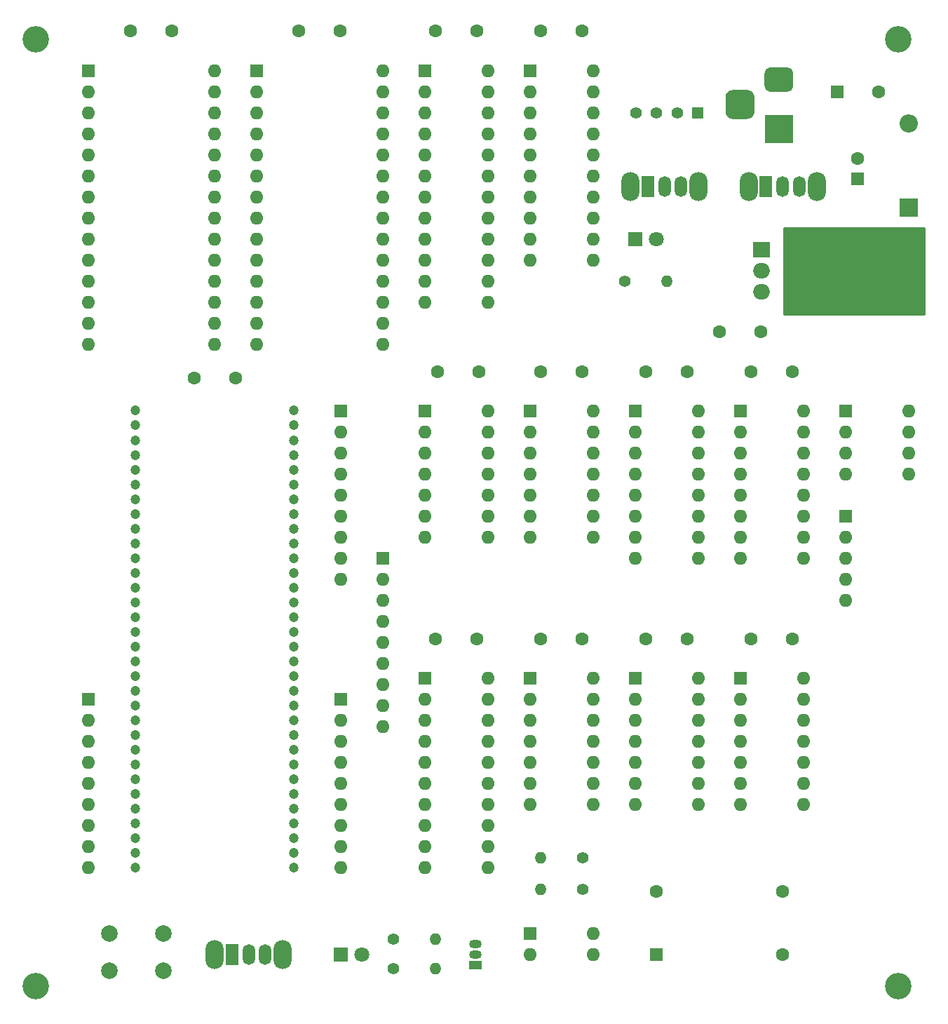
<source format=gbr>
%TF.GenerationSoftware,KiCad,Pcbnew,(5.1.10)-1*%
%TF.CreationDate,2025-11-04T10:25:31+01:00*%
%TF.ProjectId,tlcs90-rom-reader-pcb,746c6373-3930-42d7-926f-6d2d72656164,rev?*%
%TF.SameCoordinates,Original*%
%TF.FileFunction,Soldermask,Bot*%
%TF.FilePolarity,Negative*%
%FSLAX46Y46*%
G04 Gerber Fmt 4.6, Leading zero omitted, Abs format (unit mm)*
G04 Created by KiCad (PCBNEW (5.1.10)-1) date 2025-11-04 10:25:31*
%MOMM*%
%LPD*%
G01*
G04 APERTURE LIST*
%ADD10C,1.600000*%
%ADD11R,1.600000X1.600000*%
%ADD12O,1.600000X1.600000*%
%ADD13O,3.500000X3.500000*%
%ADD14R,2.000000X1.905000*%
%ADD15O,2.000000X1.905000*%
%ADD16R,1.500000X2.500000*%
%ADD17O,1.500000X2.500000*%
%ADD18O,2.200000X3.500000*%
%ADD19R,3.500000X3.500000*%
%ADD20O,2.200000X2.200000*%
%ADD21R,2.200000X2.200000*%
%ADD22R,1.500000X1.050000*%
%ADD23O,1.500000X1.050000*%
%ADD24C,1.200000*%
%ADD25O,1.400000X1.400000*%
%ADD26C,1.400000*%
%ADD27C,3.200000*%
%ADD28C,1.800000*%
%ADD29R,1.800000X1.800000*%
%ADD30C,2.000000*%
%ADD31R,1.408000X1.408000*%
%ADD32C,1.408000*%
%ADD33C,0.254000*%
%ADD34C,0.100000*%
G04 APERTURE END LIST*
D10*
%TO.C,C30*%
X181762400Y-51163220D03*
D11*
X181762400Y-53663220D03*
%TD*%
D12*
%TO.C,RA5*%
X180340000Y-104495600D03*
X180340000Y-101955600D03*
X180340000Y-99415600D03*
X180340000Y-96875600D03*
D11*
X180340000Y-94335600D03*
%TD*%
D12*
%TO.C,DSW2*%
X187960000Y-81635600D03*
X180340000Y-89255600D03*
X187960000Y-84175600D03*
X180340000Y-86715600D03*
X187960000Y-86715600D03*
X180340000Y-84175600D03*
X187960000Y-89255600D03*
D11*
X180340000Y-81635600D03*
%TD*%
D13*
%TO.C,U15*%
X186834920Y-64770000D03*
D14*
X170174920Y-62230000D03*
D15*
X170174920Y-64770000D03*
X170174920Y-67310000D03*
%TD*%
D16*
%TO.C,SW2*%
X170720000Y-54610000D03*
D17*
X172720000Y-54610000D03*
X174720000Y-54610000D03*
D18*
X168620000Y-54610000D03*
X176820000Y-54610000D03*
%TD*%
D19*
%TO.C,J2*%
X172271420Y-47673520D03*
G36*
G01*
X171271420Y-40173520D02*
X173271420Y-40173520D01*
G75*
G02*
X174021420Y-40923520I0J-750000D01*
G01*
X174021420Y-42423520D01*
G75*
G02*
X173271420Y-43173520I-750000J0D01*
G01*
X171271420Y-43173520D01*
G75*
G02*
X170521420Y-42423520I0J750000D01*
G01*
X170521420Y-40923520D01*
G75*
G02*
X171271420Y-40173520I750000J0D01*
G01*
G37*
G36*
G01*
X166696420Y-42923520D02*
X168446420Y-42923520D01*
G75*
G02*
X169321420Y-43798520I0J-875000D01*
G01*
X169321420Y-45548520D01*
G75*
G02*
X168446420Y-46423520I-875000J0D01*
G01*
X166696420Y-46423520D01*
G75*
G02*
X165821420Y-45548520I0J875000D01*
G01*
X165821420Y-43798520D01*
G75*
G02*
X166696420Y-42923520I875000J0D01*
G01*
G37*
%TD*%
D20*
%TO.C,D3*%
X187960000Y-46949360D03*
D21*
X187960000Y-57109360D03*
%TD*%
D10*
%TO.C,C14*%
X165100000Y-72136000D03*
X170100000Y-72136000D03*
%TD*%
D12*
%TO.C,U8*%
X149860000Y-113919000D03*
X142240000Y-129159000D03*
X149860000Y-116459000D03*
X142240000Y-126619000D03*
X149860000Y-118999000D03*
X142240000Y-124079000D03*
X149860000Y-121539000D03*
X142240000Y-121539000D03*
X149860000Y-124079000D03*
X142240000Y-118999000D03*
X149860000Y-126619000D03*
X142240000Y-116459000D03*
X149860000Y-129159000D03*
D11*
X142240000Y-113919000D03*
%TD*%
D22*
%TO.C,Q1*%
X135636000Y-148590000D03*
D23*
X135636000Y-146050000D03*
X135636000Y-147320000D03*
%TD*%
D24*
%TO.C,U1*%
X113690400Y-81630000D03*
X113690400Y-83410000D03*
X113690400Y-85190000D03*
X113690400Y-86970000D03*
X113690400Y-88750000D03*
X113690400Y-90530000D03*
X113690400Y-92310000D03*
X113690400Y-94090000D03*
X113690400Y-95870000D03*
X113690400Y-97650000D03*
X113690400Y-99430000D03*
X113690400Y-101210000D03*
X113690400Y-102990000D03*
X113690400Y-104770000D03*
X113690400Y-106550000D03*
X113690400Y-108330000D03*
X113690400Y-110110000D03*
X113690400Y-111890000D03*
X113690400Y-113670000D03*
X113690400Y-115450000D03*
X113690400Y-117230000D03*
X113690400Y-119010000D03*
X113690400Y-120790000D03*
X113690400Y-122570000D03*
X113690400Y-124350000D03*
X113690400Y-126130000D03*
X113690400Y-127910000D03*
X113690400Y-129690000D03*
X113690400Y-131470000D03*
X113690400Y-133250000D03*
X113690400Y-135030000D03*
X113690400Y-136810000D03*
X94589600Y-136810000D03*
X94589600Y-135030000D03*
X94589600Y-133250000D03*
X94589600Y-131470000D03*
X94589600Y-129690000D03*
X94589600Y-127910000D03*
X94589600Y-126130000D03*
X94589600Y-124350000D03*
X94589600Y-122570000D03*
X94589600Y-120790000D03*
X94589600Y-119010000D03*
X94589600Y-117230000D03*
X94589600Y-115450000D03*
X94589600Y-113670000D03*
X94589600Y-111890000D03*
X94589600Y-110110000D03*
X94589600Y-108330000D03*
X94589600Y-106550000D03*
X94589600Y-104770000D03*
X94589600Y-102990000D03*
X94589600Y-101210000D03*
X94589600Y-99430000D03*
X94589600Y-97650000D03*
X94589600Y-95870000D03*
X94589600Y-94090000D03*
X94589600Y-92310000D03*
X94589600Y-90530000D03*
X94589600Y-88750000D03*
X94589600Y-86970000D03*
X94589600Y-85190000D03*
X94589600Y-83410000D03*
X94589600Y-81630000D03*
%TD*%
D10*
%TO.C,C7*%
X119300000Y-35814000D03*
X114300000Y-35814000D03*
%TD*%
%TO.C,C4*%
X168910000Y-109220000D03*
X173910000Y-109220000D03*
%TD*%
D25*
%TO.C,R1*%
X158750000Y-66040000D03*
D26*
X153670000Y-66040000D03*
%TD*%
D18*
%TO.C,SW4*%
X112340000Y-147320000D03*
X104140000Y-147320000D03*
D17*
X110240000Y-147320000D03*
X108240000Y-147320000D03*
D16*
X106240000Y-147320000D03*
%TD*%
D10*
%TO.C,C5*%
X101639360Y-77724000D03*
X106639360Y-77724000D03*
%TD*%
D25*
%TO.C,R5*%
X143510000Y-139446000D03*
D26*
X148590000Y-139446000D03*
%TD*%
D10*
%TO.C,C1*%
X130810000Y-109220000D03*
X135810000Y-109220000D03*
%TD*%
D18*
%TO.C,SW1*%
X162560000Y-54610000D03*
X154360000Y-54610000D03*
D17*
X160460000Y-54610000D03*
X158460000Y-54610000D03*
D16*
X156460000Y-54610000D03*
%TD*%
D27*
%TO.C,H1*%
X82550000Y-36830000D03*
%TD*%
D10*
%TO.C,C20*%
X184324000Y-43180000D03*
D11*
X179324000Y-43180000D03*
%TD*%
D10*
%TO.C,C8*%
X135810000Y-35763200D03*
X130810000Y-35763200D03*
%TD*%
D12*
%TO.C,U14*%
X137160000Y-113944400D03*
X129540000Y-136804400D03*
X137160000Y-116484400D03*
X129540000Y-134264400D03*
X137160000Y-119024400D03*
X129540000Y-131724400D03*
X137160000Y-121564400D03*
X129540000Y-129184400D03*
X137160000Y-124104400D03*
X129540000Y-126644400D03*
X137160000Y-126644400D03*
X129540000Y-124104400D03*
X137160000Y-129184400D03*
X129540000Y-121564400D03*
X137160000Y-131724400D03*
X129540000Y-119024400D03*
X137160000Y-134264400D03*
X129540000Y-116484400D03*
X137160000Y-136804400D03*
D11*
X129540000Y-113944400D03*
%TD*%
D10*
%TO.C,C10*%
X131064000Y-76962000D03*
X136064000Y-76962000D03*
%TD*%
D27*
%TO.C,H3*%
X82550000Y-151130000D03*
%TD*%
D12*
%TO.C,U9*%
X162560000Y-113919000D03*
X154940000Y-129159000D03*
X162560000Y-116459000D03*
X154940000Y-126619000D03*
X162560000Y-118999000D03*
X154940000Y-124079000D03*
X162560000Y-121539000D03*
X154940000Y-121539000D03*
X162560000Y-124079000D03*
X154940000Y-118999000D03*
X162560000Y-126619000D03*
X154940000Y-116459000D03*
X162560000Y-129159000D03*
D11*
X154940000Y-113919000D03*
%TD*%
D10*
%TO.C,C3*%
X156210000Y-109220000D03*
X161210000Y-109220000D03*
%TD*%
%TO.C,C9*%
X148510000Y-35814000D03*
X143510000Y-35814000D03*
%TD*%
D27*
%TO.C,H4*%
X186690000Y-151130000D03*
%TD*%
D10*
%TO.C,C13*%
X168910000Y-76962000D03*
X173910000Y-76962000D03*
%TD*%
%TO.C,C11*%
X143510000Y-76962000D03*
X148510000Y-76962000D03*
%TD*%
D25*
%TO.C,R4*%
X143510000Y-135636000D03*
D26*
X148590000Y-135636000D03*
%TD*%
D27*
%TO.C,H2*%
X186690000Y-36830000D03*
%TD*%
D12*
%TO.C,U5*%
X149860000Y-40640000D03*
X142240000Y-63500000D03*
X149860000Y-43180000D03*
X142240000Y-60960000D03*
X149860000Y-45720000D03*
X142240000Y-58420000D03*
X149860000Y-48260000D03*
X142240000Y-55880000D03*
X149860000Y-50800000D03*
X142240000Y-53340000D03*
X149860000Y-53340000D03*
X142240000Y-50800000D03*
X149860000Y-55880000D03*
X142240000Y-48260000D03*
X149860000Y-58420000D03*
X142240000Y-45720000D03*
X149860000Y-60960000D03*
X142240000Y-43180000D03*
X149860000Y-63500000D03*
D11*
X142240000Y-40640000D03*
%TD*%
D25*
%TO.C,R3*%
X130810000Y-145415000D03*
D26*
X125730000Y-145415000D03*
%TD*%
D11*
%TO.C,U10*%
X142240000Y-81635600D03*
D12*
X149860000Y-96875600D03*
X142240000Y-84175600D03*
X149860000Y-94335600D03*
X142240000Y-86715600D03*
X149860000Y-91795600D03*
X142240000Y-89255600D03*
X149860000Y-89255600D03*
X142240000Y-91795600D03*
X149860000Y-86715600D03*
X142240000Y-94335600D03*
X149860000Y-84175600D03*
X142240000Y-96875600D03*
X149860000Y-81635600D03*
%TD*%
D11*
%TO.C,U12*%
X167640000Y-113919000D03*
D12*
X175260000Y-129159000D03*
X167640000Y-116459000D03*
X175260000Y-126619000D03*
X167640000Y-118999000D03*
X175260000Y-124079000D03*
X167640000Y-121539000D03*
X175260000Y-121539000D03*
X167640000Y-124079000D03*
X175260000Y-118999000D03*
X167640000Y-126619000D03*
X175260000Y-116459000D03*
X167640000Y-129159000D03*
X175260000Y-113919000D03*
%TD*%
%TO.C,DSW1*%
X149860000Y-144780000D03*
X142240000Y-147320000D03*
X149860000Y-147320000D03*
D11*
X142240000Y-144780000D03*
%TD*%
D28*
%TO.C,D1*%
X157480000Y-60960000D03*
D29*
X154940000Y-60960000D03*
%TD*%
D12*
%TO.C,U6*%
X162560000Y-81635600D03*
X154940000Y-99415600D03*
X162560000Y-84175600D03*
X154940000Y-96875600D03*
X162560000Y-86715600D03*
X154940000Y-94335600D03*
X162560000Y-89255600D03*
X154940000Y-91795600D03*
X162560000Y-91795600D03*
X154940000Y-89255600D03*
X162560000Y-94335600D03*
X154940000Y-86715600D03*
X162560000Y-96875600D03*
X154940000Y-84175600D03*
X162560000Y-99415600D03*
D11*
X154940000Y-81635600D03*
%TD*%
D10*
%TO.C,C12*%
X156210000Y-76962000D03*
X161210000Y-76962000D03*
%TD*%
%TO.C,C6*%
X99005400Y-35826700D03*
X94005400Y-35826700D03*
%TD*%
%TO.C,C2*%
X143510000Y-109220000D03*
X148510000Y-109220000D03*
%TD*%
D11*
%TO.C,U3*%
X109220000Y-40640000D03*
D12*
X124460000Y-73660000D03*
X109220000Y-43180000D03*
X124460000Y-71120000D03*
X109220000Y-45720000D03*
X124460000Y-68580000D03*
X109220000Y-48260000D03*
X124460000Y-66040000D03*
X109220000Y-50800000D03*
X124460000Y-63500000D03*
X109220000Y-53340000D03*
X124460000Y-60960000D03*
X109220000Y-55880000D03*
X124460000Y-58420000D03*
X109220000Y-58420000D03*
X124460000Y-55880000D03*
X109220000Y-60960000D03*
X124460000Y-53340000D03*
X109220000Y-63500000D03*
X124460000Y-50800000D03*
X109220000Y-66040000D03*
X124460000Y-48260000D03*
X109220000Y-68580000D03*
X124460000Y-45720000D03*
X109220000Y-71120000D03*
X124460000Y-43180000D03*
X109220000Y-73660000D03*
X124460000Y-40640000D03*
%TD*%
%TO.C,U4*%
X137162540Y-40637460D03*
X129542540Y-68577460D03*
X137162540Y-43177460D03*
X129542540Y-66037460D03*
X137162540Y-45717460D03*
X129542540Y-63497460D03*
X137162540Y-48257460D03*
X129542540Y-60957460D03*
X137162540Y-50797460D03*
X129542540Y-58417460D03*
X137162540Y-53337460D03*
X129542540Y-55877460D03*
X137162540Y-55877460D03*
X129542540Y-53337460D03*
X137162540Y-58417460D03*
X129542540Y-50797460D03*
X137162540Y-60957460D03*
X129542540Y-48257460D03*
X137162540Y-63497460D03*
X129542540Y-45717460D03*
X137162540Y-66037460D03*
X129542540Y-43177460D03*
X137162540Y-68577460D03*
D11*
X129542540Y-40637460D03*
%TD*%
D12*
%TO.C,U2*%
X104140000Y-40640000D03*
X88900000Y-73660000D03*
X104140000Y-43180000D03*
X88900000Y-71120000D03*
X104140000Y-45720000D03*
X88900000Y-68580000D03*
X104140000Y-48260000D03*
X88900000Y-66040000D03*
X104140000Y-50800000D03*
X88900000Y-63500000D03*
X104140000Y-53340000D03*
X88900000Y-60960000D03*
X104140000Y-55880000D03*
X88900000Y-58420000D03*
X104140000Y-58420000D03*
X88900000Y-55880000D03*
X104140000Y-60960000D03*
X88900000Y-53340000D03*
X104140000Y-63500000D03*
X88900000Y-50800000D03*
X104140000Y-66040000D03*
X88900000Y-48260000D03*
X104140000Y-68580000D03*
X88900000Y-45720000D03*
X104140000Y-71120000D03*
X88900000Y-43180000D03*
X104140000Y-73660000D03*
D11*
X88900000Y-40640000D03*
%TD*%
D30*
%TO.C,SW3*%
X97937460Y-144780000D03*
X97937460Y-149280000D03*
X91437460Y-144780000D03*
X91437460Y-149280000D03*
%TD*%
D12*
%TO.C,RA4*%
X88874600Y-136804400D03*
X88874600Y-134264400D03*
X88874600Y-131724400D03*
X88874600Y-129184400D03*
X88874600Y-126644400D03*
X88874600Y-124104400D03*
X88874600Y-121564400D03*
X88874600Y-119024400D03*
D11*
X88874600Y-116484400D03*
%TD*%
D12*
%TO.C,U7*%
X175260000Y-81635600D03*
X167640000Y-99415600D03*
X175260000Y-84175600D03*
X167640000Y-96875600D03*
X175260000Y-86715600D03*
X167640000Y-94335600D03*
X175260000Y-89255600D03*
X167640000Y-91795600D03*
X175260000Y-91795600D03*
X167640000Y-89255600D03*
X175260000Y-94335600D03*
X167640000Y-86715600D03*
X175260000Y-96875600D03*
X167640000Y-84175600D03*
X175260000Y-99415600D03*
D11*
X167640000Y-81635600D03*
%TD*%
D12*
%TO.C,RA3*%
X119380000Y-101955600D03*
X119380000Y-99415600D03*
X119380000Y-96875600D03*
X119380000Y-94335600D03*
X119380000Y-91795600D03*
X119380000Y-89255600D03*
X119380000Y-86715600D03*
X119380000Y-84175600D03*
D11*
X119380000Y-81635600D03*
%TD*%
D12*
%TO.C,RA2*%
X124460000Y-119735600D03*
X124460000Y-117195600D03*
X124460000Y-114655600D03*
X124460000Y-112115600D03*
X124460000Y-109575600D03*
X124460000Y-107035600D03*
X124460000Y-104495600D03*
X124460000Y-101955600D03*
D11*
X124460000Y-99415600D03*
%TD*%
D10*
%TO.C,X1*%
X172720000Y-147320000D03*
X172720000Y-139700000D03*
X157480000Y-139700000D03*
D11*
X157480000Y-147320000D03*
%TD*%
D12*
%TO.C,RA1*%
X119380000Y-136804400D03*
X119380000Y-134264400D03*
X119380000Y-131724400D03*
X119380000Y-129184400D03*
X119380000Y-126644400D03*
X119380000Y-124104400D03*
X119380000Y-121564400D03*
X119380000Y-119024400D03*
D11*
X119380000Y-116484400D03*
%TD*%
D25*
%TO.C,R2*%
X130810000Y-148971000D03*
D26*
X125730000Y-148971000D03*
%TD*%
D12*
%TO.C,U11*%
X137160000Y-81635600D03*
X129540000Y-96875600D03*
X137160000Y-84175600D03*
X129540000Y-94335600D03*
X137160000Y-86715600D03*
X129540000Y-91795600D03*
X137160000Y-89255600D03*
X129540000Y-89255600D03*
X137160000Y-91795600D03*
X129540000Y-86715600D03*
X137160000Y-94335600D03*
X129540000Y-84175600D03*
X137160000Y-96875600D03*
D11*
X129540000Y-81635600D03*
%TD*%
D31*
%TO.C,J1*%
X162495880Y-45720000D03*
D32*
X159995880Y-45720000D03*
X157495880Y-45720000D03*
X154995880Y-45720000D03*
%TD*%
D28*
%TO.C,D2*%
X121920000Y-147320000D03*
D29*
X119380000Y-147320000D03*
%TD*%
D33*
X189834520Y-69977000D02*
X172841920Y-69977000D01*
X172841920Y-59563000D01*
X189834520Y-59563000D01*
X189834520Y-69977000D01*
D34*
G36*
X189834520Y-69977000D02*
G01*
X172841920Y-69977000D01*
X172841920Y-59563000D01*
X189834520Y-59563000D01*
X189834520Y-69977000D01*
G37*
M02*

</source>
